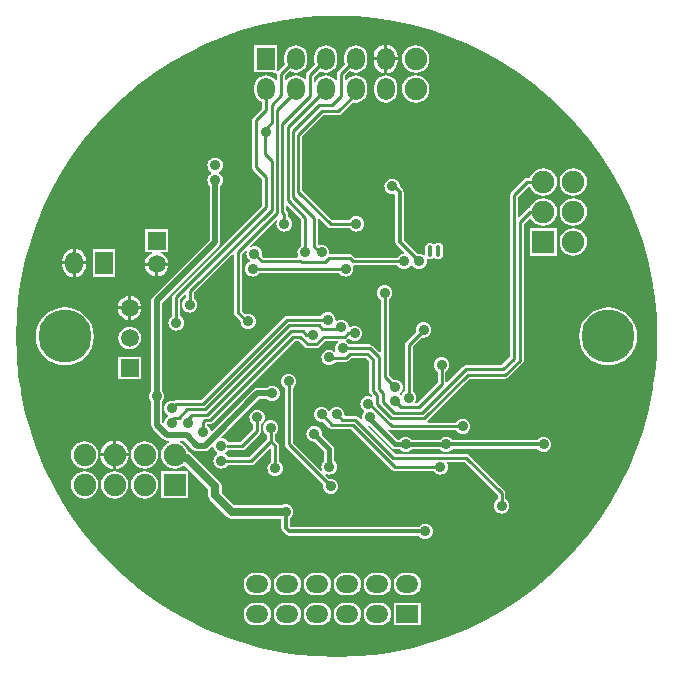
<source format=gtl>
%FSLAX42Y42*%
%MOMM*%
G71*
G01*
G75*
G04 Layer_Physical_Order=1*
G04 Layer_Color=255*
%ADD10C,0.25*%
%ADD11C,0.30*%
%ADD12C,0.40*%
%ADD13C,0.50*%
%ADD14C,0.70*%
%ADD15O,0.40X1.00*%
%ADD16O,1.90X1.50*%
%ADD17R,1.90X1.50*%
%ADD18C,1.90*%
%ADD19O,1.50X1.90*%
%ADD20R,1.50X1.90*%
%ADD21C,1.50*%
%ADD22R,1.50X1.50*%
%ADD23R,1.90X1.90*%
%ADD24R,1.90X1.90*%
%ADD25C,4.50*%
%ADD26C,0.90*%
G36*
X164Y2709D02*
X327Y2694D01*
X489Y2670D01*
X649Y2635D01*
X807Y2591D01*
X962Y2538D01*
X1114Y2475D01*
X1261Y2403D01*
X1404Y2323D01*
X1542Y2234D01*
X1674Y2136D01*
X1800Y2031D01*
X1919Y1919D01*
X2031Y1800D01*
X2136Y1674D01*
X2234Y1542D01*
X2323Y1404D01*
X2403Y1261D01*
X2475Y1114D01*
X2538Y962D01*
X2591Y807D01*
X2635Y649D01*
X2670Y489D01*
X2694Y327D01*
X2709Y164D01*
X2714Y0D01*
X2709Y-164D01*
X2694Y-327D01*
X2682Y-409D01*
X2676Y-448D01*
X2676Y-448D01*
X2676Y-448D01*
X2670Y-489D01*
X2635Y-649D01*
X2591Y-807D01*
X2538Y-962D01*
X2475Y-1114D01*
X2403Y-1261D01*
X2323Y-1404D01*
X2234Y-1542D01*
X2136Y-1674D01*
X2031Y-1800D01*
X1919Y-1919D01*
X1800Y-2031D01*
X1674Y-2136D01*
X1542Y-2234D01*
X1404Y-2323D01*
X1261Y-2403D01*
X1114Y-2475D01*
X962Y-2538D01*
X807Y-2591D01*
X649Y-2635D01*
X489Y-2670D01*
X327Y-2694D01*
X164Y-2709D01*
X0Y-2714D01*
X-164Y-2709D01*
X-327Y-2694D01*
X-489Y-2670D01*
X-649Y-2635D01*
X-807Y-2591D01*
X-962Y-2538D01*
X-1114Y-2475D01*
X-1261Y-2403D01*
X-1404Y-2323D01*
X-1542Y-2234D01*
X-1674Y-2136D01*
X-1800Y-2031D01*
X-1919Y-1919D01*
X-2031Y-1800D01*
X-2136Y-1674D01*
X-2234Y-1542D01*
X-2323Y-1404D01*
X-2403Y-1261D01*
X-2475Y-1114D01*
X-2538Y-962D01*
X-2591Y-807D01*
X-2635Y-649D01*
X-2670Y-489D01*
X-2676Y-444D01*
X-2682Y-409D01*
X-2682Y-409D01*
X-2682Y-409D01*
X-2694Y-327D01*
X-2709Y-164D01*
X-2714Y-0D01*
Y0D01*
X-2709Y164D01*
X-2694Y327D01*
X-2670Y489D01*
X-2635Y649D01*
X-2591Y807D01*
X-2538Y962D01*
X-2475Y1114D01*
X-2403Y1261D01*
X-2323Y1404D01*
X-2234Y1542D01*
X-2136Y1674D01*
X-2031Y1800D01*
X-1919Y1919D01*
X-1800Y2031D01*
X-1674Y2136D01*
X-1542Y2234D01*
X-1404Y2323D01*
X-1261Y2403D01*
X-1114Y2475D01*
X-962Y2538D01*
X-807Y2591D01*
X-649Y2635D01*
X-489Y2670D01*
X-327Y2694D01*
X-164Y2709D01*
X0Y2714D01*
X164Y2709D01*
D02*
G37*
%LPC*%
G36*
X-406Y-315D02*
X-423Y-318D01*
X-439Y-324D01*
X-453Y-335D01*
X-463Y-348D01*
X-470Y-364D01*
X-472Y-381D01*
X-470Y-398D01*
X-463Y-414D01*
X-453Y-427D01*
X-440Y-437D01*
Y-914D01*
X-437Y-927D01*
X-430Y-938D01*
X-430Y-938D01*
X-430Y-938D01*
X-114Y-1254D01*
X-116Y-1270D01*
X-114Y-1287D01*
X-108Y-1303D01*
X-97Y-1316D01*
X-84Y-1327D01*
X-68Y-1333D01*
X-51Y-1336D01*
X-34Y-1333D01*
X-18Y-1327D01*
X-4Y-1316D01*
X6Y-1303D01*
X13Y-1287D01*
X15Y-1270D01*
X13Y-1253D01*
X6Y-1237D01*
X-4Y-1224D01*
X-18Y-1213D01*
X-34Y-1207D01*
X-51Y-1204D01*
X-67Y-1207D01*
X-100Y-1174D01*
X-93Y-1163D01*
X-80Y-1168D01*
X-63Y-1170D01*
X-47Y-1168D01*
X-31Y-1162D01*
X-17Y-1151D01*
X-7Y-1138D01*
X-0Y-1122D01*
X2Y-1105D01*
X-0Y-1088D01*
X-7Y-1072D01*
X-17Y-1059D01*
X-23Y-1054D01*
Y-953D01*
X-23Y-952D01*
X-25Y-939D01*
X-26Y-937D01*
X-35Y-924D01*
X-126Y-832D01*
X-125Y-826D01*
X-127Y-809D01*
X-134Y-793D01*
X-144Y-779D01*
X-158Y-769D01*
X-174Y-762D01*
X-190Y-760D01*
X-207Y-762D01*
X-223Y-769D01*
X-237Y-779D01*
X-247Y-793D01*
X-254Y-809D01*
X-256Y-826D01*
X-254Y-842D01*
X-247Y-858D01*
X-237Y-872D01*
X-223Y-882D01*
X-207Y-889D01*
X-190Y-891D01*
X-184Y-890D01*
X-104Y-969D01*
Y-1054D01*
X-110Y-1059D01*
X-120Y-1072D01*
X-127Y-1088D01*
X-129Y-1105D01*
X-127Y-1122D01*
X-122Y-1134D01*
X-132Y-1141D01*
X-373Y-901D01*
Y-437D01*
X-360Y-427D01*
X-350Y-414D01*
X-343Y-398D01*
X-341Y-381D01*
X-343Y-364D01*
X-350Y-348D01*
X-360Y-335D01*
X-374Y-324D01*
X-389Y-318D01*
X-406Y-315D01*
D02*
G37*
G36*
X-1892Y-1016D02*
X-1999D01*
X-1997Y-1035D01*
X-1985Y-1064D01*
X-1965Y-1089D01*
X-1940Y-1108D01*
X-1911Y-1121D01*
X-1892Y-1123D01*
Y-1016D01*
D02*
G37*
G36*
X-1760D02*
X-1867D01*
Y-1123D01*
X-1848Y-1121D01*
X-1819Y-1108D01*
X-1794Y-1089D01*
X-1774Y-1064D01*
X-1762Y-1035D01*
X-1760Y-1016D01*
D02*
G37*
G36*
X-1880Y-1141D02*
X-1910Y-1145D01*
X-1938Y-1157D01*
X-1962Y-1175D01*
X-1980Y-1199D01*
X-1992Y-1227D01*
X-1996Y-1257D01*
X-1992Y-1287D01*
X-1980Y-1315D01*
X-1962Y-1339D01*
X-1938Y-1358D01*
X-1910Y-1369D01*
X-1880Y-1373D01*
X-1850Y-1369D01*
X-1822Y-1358D01*
X-1798Y-1339D01*
X-1779Y-1315D01*
X-1768Y-1287D01*
X-1764Y-1257D01*
X-1768Y-1227D01*
X-1779Y-1199D01*
X-1798Y-1175D01*
X-1822Y-1157D01*
X-1850Y-1145D01*
X-1880Y-1141D01*
D02*
G37*
G36*
X-1626D02*
X-1656Y-1145D01*
X-1684Y-1157D01*
X-1708Y-1175D01*
X-1726Y-1199D01*
X-1738Y-1227D01*
X-1742Y-1257D01*
X-1738Y-1287D01*
X-1726Y-1315D01*
X-1708Y-1339D01*
X-1684Y-1358D01*
X-1656Y-1369D01*
X-1626Y-1373D01*
X-1596Y-1369D01*
X-1568Y-1358D01*
X-1544Y-1339D01*
X-1525Y-1315D01*
X-1514Y-1287D01*
X-1510Y-1257D01*
X-1514Y-1227D01*
X-1525Y-1199D01*
X-1544Y-1175D01*
X-1568Y-1157D01*
X-1596Y-1145D01*
X-1626Y-1141D01*
D02*
G37*
G36*
X-1257Y-1142D02*
X-1487D01*
Y-1372D01*
X-1257D01*
Y-1142D01*
D02*
G37*
G36*
X-2134Y-887D02*
X-2164Y-891D01*
X-2192Y-903D01*
X-2216Y-921D01*
X-2234Y-945D01*
X-2246Y-973D01*
X-2250Y-1003D01*
X-2246Y-1033D01*
X-2234Y-1061D01*
X-2216Y-1085D01*
X-2192Y-1104D01*
X-2164Y-1115D01*
X-2134Y-1119D01*
X-2104Y-1115D01*
X-2076Y-1104D01*
X-2052Y-1085D01*
X-2033Y-1061D01*
X-2022Y-1033D01*
X-2018Y-1003D01*
X-2022Y-973D01*
X-2033Y-945D01*
X-2052Y-921D01*
X-2076Y-903D01*
X-2104Y-891D01*
X-2134Y-887D01*
D02*
G37*
G36*
X-1658Y-172D02*
X-1848D01*
Y-362D01*
X-1658D01*
Y-172D01*
D02*
G37*
G36*
X-2300Y246D02*
X-2348Y241D01*
X-2394Y227D01*
X-2437Y205D01*
X-2474Y174D01*
X-2505Y137D01*
X-2527Y94D01*
X-2541Y48D01*
X-2546Y0D01*
X-2541Y-48D01*
X-2527Y-94D01*
X-2505Y-137D01*
X-2474Y-174D01*
X-2437Y-205D01*
X-2394Y-227D01*
X-2348Y-241D01*
X-2300Y-246D01*
X-2252Y-241D01*
X-2206Y-227D01*
X-2163Y-205D01*
X-2126Y-174D01*
X-2095Y-137D01*
X-2073Y-94D01*
X-2059Y-48D01*
X-2054Y0D01*
X-2059Y48D01*
X-2073Y94D01*
X-2095Y137D01*
X-2126Y174D01*
X-2163Y205D01*
X-2206Y227D01*
X-2252Y241D01*
X-2300Y246D01*
D02*
G37*
G36*
X2300D02*
X2252Y241D01*
X2206Y227D01*
X2163Y205D01*
X2126Y174D01*
X2095Y137D01*
X2073Y94D01*
X2059Y48D01*
X2054Y0D01*
X2059Y-48D01*
X2073Y-94D01*
X2095Y-137D01*
X2126Y-174D01*
X2163Y-205D01*
X2206Y-227D01*
X2252Y-241D01*
X2300Y-246D01*
X2348Y-241D01*
X2394Y-227D01*
X2437Y-205D01*
X2474Y-174D01*
X2505Y-137D01*
X2527Y-94D01*
X2541Y-48D01*
X2546Y0D01*
X2541Y48D01*
X2527Y94D01*
X2505Y137D01*
X2474Y174D01*
X2437Y205D01*
X2394Y227D01*
X2348Y241D01*
X2300Y246D01*
D02*
G37*
G36*
X-1626Y-887D02*
X-1656Y-891D01*
X-1684Y-903D01*
X-1708Y-921D01*
X-1726Y-945D01*
X-1738Y-973D01*
X-1742Y-1003D01*
X-1738Y-1033D01*
X-1726Y-1061D01*
X-1708Y-1085D01*
X-1684Y-1104D01*
X-1656Y-1115D01*
X-1626Y-1119D01*
X-1596Y-1115D01*
X-1568Y-1104D01*
X-1544Y-1085D01*
X-1525Y-1061D01*
X-1514Y-1033D01*
X-1510Y-1003D01*
X-1514Y-973D01*
X-1525Y-945D01*
X-1544Y-921D01*
X-1568Y-903D01*
X-1596Y-891D01*
X-1626Y-887D01*
D02*
G37*
G36*
X-1892Y-884D02*
X-1911Y-886D01*
X-1940Y-898D01*
X-1965Y-917D01*
X-1985Y-943D01*
X-1997Y-972D01*
X-1999Y-991D01*
X-1892D01*
Y-884D01*
D02*
G37*
G36*
X-1867D02*
Y-991D01*
X-1760D01*
X-1762Y-972D01*
X-1774Y-943D01*
X-1794Y-917D01*
X-1819Y-898D01*
X-1848Y-886D01*
X-1867Y-884D01*
D02*
G37*
G36*
X112Y-2254D02*
X72D01*
X47Y-2257D01*
X24Y-2267D01*
X4Y-2282D01*
X-11Y-2302D01*
X-21Y-2325D01*
X-24Y-2350D01*
X-21Y-2375D01*
X-11Y-2398D01*
X4Y-2418D01*
X24Y-2433D01*
X47Y-2443D01*
X72Y-2446D01*
X112D01*
X137Y-2443D01*
X160Y-2433D01*
X180Y-2418D01*
X195Y-2398D01*
X205Y-2375D01*
X208Y-2350D01*
X205Y-2325D01*
X195Y-2302D01*
X180Y-2282D01*
X160Y-2267D01*
X137Y-2257D01*
X112Y-2254D01*
D02*
G37*
G36*
X366D02*
X326D01*
X301Y-2257D01*
X278Y-2267D01*
X258Y-2282D01*
X243Y-2302D01*
X233Y-2325D01*
X230Y-2350D01*
X233Y-2375D01*
X243Y-2398D01*
X258Y-2418D01*
X278Y-2433D01*
X301Y-2443D01*
X326Y-2446D01*
X366D01*
X391Y-2443D01*
X414Y-2433D01*
X434Y-2418D01*
X449Y-2398D01*
X459Y-2375D01*
X462Y-2350D01*
X459Y-2325D01*
X449Y-2302D01*
X434Y-2282D01*
X414Y-2267D01*
X391Y-2257D01*
X366Y-2254D01*
D02*
G37*
G36*
X715Y-2255D02*
X485D01*
Y-2445D01*
X715D01*
Y-2255D01*
D02*
G37*
G36*
X-650Y-2254D02*
X-690D01*
X-715Y-2257D01*
X-738Y-2267D01*
X-758Y-2282D01*
X-773Y-2302D01*
X-783Y-2325D01*
X-786Y-2350D01*
X-783Y-2375D01*
X-773Y-2398D01*
X-758Y-2418D01*
X-738Y-2433D01*
X-715Y-2443D01*
X-690Y-2446D01*
X-650D01*
X-625Y-2443D01*
X-602Y-2433D01*
X-582Y-2418D01*
X-567Y-2398D01*
X-557Y-2375D01*
X-554Y-2350D01*
X-557Y-2325D01*
X-567Y-2302D01*
X-582Y-2282D01*
X-602Y-2267D01*
X-625Y-2257D01*
X-650Y-2254D01*
D02*
G37*
G36*
X-396D02*
X-436D01*
X-461Y-2257D01*
X-484Y-2267D01*
X-504Y-2282D01*
X-519Y-2302D01*
X-529Y-2325D01*
X-532Y-2350D01*
X-529Y-2375D01*
X-519Y-2398D01*
X-504Y-2418D01*
X-484Y-2433D01*
X-461Y-2443D01*
X-436Y-2446D01*
X-396D01*
X-371Y-2443D01*
X-348Y-2433D01*
X-328Y-2418D01*
X-313Y-2398D01*
X-303Y-2375D01*
X-300Y-2350D01*
X-303Y-2325D01*
X-313Y-2302D01*
X-328Y-2282D01*
X-348Y-2267D01*
X-371Y-2257D01*
X-396Y-2254D01*
D02*
G37*
G36*
X-142D02*
X-182D01*
X-207Y-2257D01*
X-230Y-2267D01*
X-250Y-2282D01*
X-265Y-2302D01*
X-275Y-2325D01*
X-278Y-2350D01*
X-275Y-2375D01*
X-265Y-2398D01*
X-250Y-2418D01*
X-230Y-2433D01*
X-207Y-2443D01*
X-182Y-2446D01*
X-142D01*
X-117Y-2443D01*
X-94Y-2433D01*
X-74Y-2418D01*
X-59Y-2398D01*
X-49Y-2375D01*
X-46Y-2350D01*
X-49Y-2325D01*
X-59Y-2302D01*
X-74Y-2282D01*
X-94Y-2267D01*
X-117Y-2257D01*
X-142Y-2254D01*
D02*
G37*
G36*
X-650Y-2000D02*
X-690D01*
X-715Y-2003D01*
X-738Y-2013D01*
X-758Y-2028D01*
X-773Y-2048D01*
X-783Y-2071D01*
X-786Y-2096D01*
X-783Y-2121D01*
X-773Y-2144D01*
X-758Y-2164D01*
X-738Y-2179D01*
X-715Y-2189D01*
X-690Y-2192D01*
X-650D01*
X-625Y-2189D01*
X-602Y-2179D01*
X-582Y-2164D01*
X-567Y-2144D01*
X-557Y-2121D01*
X-554Y-2096D01*
X-557Y-2071D01*
X-567Y-2048D01*
X-582Y-2028D01*
X-602Y-2013D01*
X-625Y-2003D01*
X-650Y-2000D01*
D02*
G37*
G36*
X366D02*
X326D01*
X301Y-2003D01*
X278Y-2013D01*
X258Y-2028D01*
X243Y-2048D01*
X233Y-2071D01*
X230Y-2096D01*
X233Y-2121D01*
X243Y-2144D01*
X258Y-2164D01*
X278Y-2179D01*
X301Y-2189D01*
X326Y-2192D01*
X366D01*
X391Y-2189D01*
X414Y-2179D01*
X434Y-2164D01*
X449Y-2144D01*
X459Y-2121D01*
X462Y-2096D01*
X459Y-2071D01*
X449Y-2048D01*
X434Y-2028D01*
X414Y-2013D01*
X391Y-2003D01*
X366Y-2000D01*
D02*
G37*
G36*
X620D02*
X580D01*
X555Y-2003D01*
X532Y-2013D01*
X512Y-2028D01*
X497Y-2048D01*
X487Y-2071D01*
X484Y-2096D01*
X487Y-2121D01*
X497Y-2144D01*
X512Y-2164D01*
X532Y-2179D01*
X555Y-2189D01*
X580Y-2192D01*
X620D01*
X645Y-2189D01*
X668Y-2179D01*
X688Y-2164D01*
X703Y-2144D01*
X713Y-2121D01*
X716Y-2096D01*
X713Y-2071D01*
X703Y-2048D01*
X688Y-2028D01*
X668Y-2013D01*
X645Y-2003D01*
X620Y-2000D01*
D02*
G37*
G36*
X-2134Y-1141D02*
X-2164Y-1145D01*
X-2192Y-1157D01*
X-2216Y-1175D01*
X-2234Y-1199D01*
X-2246Y-1227D01*
X-2250Y-1257D01*
X-2246Y-1287D01*
X-2234Y-1315D01*
X-2216Y-1339D01*
X-2192Y-1358D01*
X-2164Y-1369D01*
X-2134Y-1373D01*
X-2104Y-1369D01*
X-2076Y-1358D01*
X-2052Y-1339D01*
X-2033Y-1315D01*
X-2022Y-1287D01*
X-2018Y-1257D01*
X-2022Y-1227D01*
X-2033Y-1199D01*
X-2052Y-1175D01*
X-2076Y-1157D01*
X-2104Y-1145D01*
X-2134Y-1141D01*
D02*
G37*
G36*
X-396Y-2000D02*
X-436D01*
X-461Y-2003D01*
X-484Y-2013D01*
X-504Y-2028D01*
X-519Y-2048D01*
X-529Y-2071D01*
X-532Y-2096D01*
X-529Y-2121D01*
X-519Y-2144D01*
X-504Y-2164D01*
X-484Y-2179D01*
X-461Y-2189D01*
X-436Y-2192D01*
X-396D01*
X-371Y-2189D01*
X-348Y-2179D01*
X-328Y-2164D01*
X-313Y-2144D01*
X-303Y-2121D01*
X-300Y-2096D01*
X-303Y-2071D01*
X-313Y-2048D01*
X-328Y-2028D01*
X-348Y-2013D01*
X-371Y-2003D01*
X-396Y-2000D01*
D02*
G37*
G36*
X-142D02*
X-182D01*
X-207Y-2003D01*
X-230Y-2013D01*
X-250Y-2028D01*
X-265Y-2048D01*
X-275Y-2071D01*
X-278Y-2096D01*
X-275Y-2121D01*
X-265Y-2144D01*
X-250Y-2164D01*
X-230Y-2179D01*
X-207Y-2189D01*
X-182Y-2192D01*
X-142D01*
X-117Y-2189D01*
X-94Y-2179D01*
X-74Y-2164D01*
X-59Y-2144D01*
X-49Y-2121D01*
X-46Y-2096D01*
X-49Y-2071D01*
X-59Y-2048D01*
X-74Y-2028D01*
X-94Y-2013D01*
X-117Y-2003D01*
X-142Y-2000D01*
D02*
G37*
G36*
X112D02*
X72D01*
X47Y-2003D01*
X24Y-2013D01*
X4Y-2028D01*
X-11Y-2048D01*
X-21Y-2071D01*
X-24Y-2096D01*
X-21Y-2121D01*
X-11Y-2144D01*
X4Y-2164D01*
X24Y-2179D01*
X47Y-2189D01*
X72Y-2192D01*
X112D01*
X137Y-2189D01*
X160Y-2179D01*
X180Y-2164D01*
X195Y-2144D01*
X205Y-2121D01*
X208Y-2096D01*
X205Y-2071D01*
X195Y-2048D01*
X180Y-2028D01*
X160Y-2013D01*
X137Y-2003D01*
X112Y-2000D01*
D02*
G37*
G36*
X-1029Y1513D02*
X-1046Y1511D01*
X-1061Y1505D01*
X-1075Y1494D01*
X-1085Y1481D01*
X-1092Y1465D01*
X-1094Y1448D01*
X-1092Y1431D01*
X-1085Y1415D01*
X-1075Y1401D01*
X-1061Y1391D01*
X-1061Y1391D01*
Y1378D01*
X-1061Y1378D01*
X-1075Y1367D01*
X-1085Y1354D01*
X-1092Y1338D01*
X-1094Y1321D01*
X-1092Y1304D01*
X-1085Y1288D01*
X-1075Y1274D01*
X-1075Y1274D01*
Y819D01*
X-1556Y337D01*
X-1566Y322D01*
X-1570Y305D01*
Y-461D01*
X-1570Y-462D01*
X-1581Y-475D01*
X-1587Y-491D01*
X-1590Y-508D01*
X-1587Y-525D01*
X-1581Y-541D01*
X-1570Y-554D01*
X-1570Y-555D01*
Y-749D01*
X-1566Y-767D01*
X-1556Y-782D01*
X-1468Y-871D01*
X-1453Y-881D01*
X-1435Y-884D01*
X-1417D01*
X-1414Y-897D01*
X-1430Y-903D01*
X-1454Y-921D01*
X-1472Y-945D01*
X-1484Y-973D01*
X-1488Y-1003D01*
X-1484Y-1033D01*
X-1472Y-1061D01*
X-1454Y-1085D01*
X-1430Y-1104D01*
X-1402Y-1115D01*
X-1372Y-1119D01*
X-1342Y-1115D01*
X-1314Y-1104D01*
X-1291Y-1087D01*
X-1085Y-1293D01*
Y-1346D01*
Y-1346D01*
X-1085Y-1346D01*
X-1085Y-1346D01*
X-1081Y-1368D01*
X-1068Y-1386D01*
X-929Y-1526D01*
X-929Y-1526D01*
X-929Y-1526D01*
X-910Y-1538D01*
X-889Y-1542D01*
X-467D01*
Y-1626D01*
Y-1626D01*
X-467Y-1626D01*
X-467Y-1626D01*
X-465Y-1639D01*
X-457Y-1651D01*
X-432Y-1676D01*
X-432Y-1676D01*
X-432Y-1676D01*
X-420Y-1684D01*
X-406Y-1687D01*
X695D01*
X703Y-1697D01*
X717Y-1708D01*
X732Y-1714D01*
X749Y-1717D01*
X766Y-1714D01*
X782Y-1708D01*
X796Y-1697D01*
X806Y-1684D01*
X813Y-1668D01*
X815Y-1651D01*
X813Y-1634D01*
X806Y-1618D01*
X796Y-1605D01*
X782Y-1594D01*
X766Y-1588D01*
X749Y-1585D01*
X732Y-1588D01*
X717Y-1594D01*
X703Y-1605D01*
X695Y-1615D01*
X-392D01*
X-396Y-1611D01*
Y-1540D01*
X-385Y-1532D01*
X-375Y-1519D01*
X-368Y-1503D01*
X-366Y-1486D01*
X-368Y-1469D01*
X-375Y-1453D01*
X-385Y-1440D01*
X-399Y-1429D01*
X-415Y-1423D01*
X-432Y-1420D01*
X-449Y-1423D01*
X-465Y-1429D01*
X-465Y-1430D01*
X-866D01*
X-973Y-1323D01*
Y-1270D01*
X-977Y-1249D01*
X-989Y-1230D01*
X-1230Y-989D01*
X-1249Y-977D01*
X-1259Y-975D01*
X-1260Y-973D01*
X-1271Y-945D01*
X-1290Y-921D01*
X-1314Y-903D01*
X-1329Y-897D01*
X-1326Y-884D01*
X-1289D01*
X-1214Y-960D01*
X-1199Y-969D01*
X-1181Y-973D01*
X-1117D01*
X-1100Y-969D01*
X-1085Y-960D01*
X-1055Y-929D01*
X-1043Y-933D01*
X-1041Y-944D01*
X-1035Y-960D01*
X-1024Y-973D01*
X-1011Y-984D01*
X-1010Y-984D01*
Y-997D01*
X-1011Y-997D01*
X-1024Y-1008D01*
X-1035Y-1021D01*
X-1041Y-1037D01*
X-1043Y-1054D01*
X-1041Y-1071D01*
X-1035Y-1087D01*
X-1024Y-1100D01*
X-1011Y-1111D01*
X-995Y-1117D01*
X-978Y-1120D01*
X-961Y-1117D01*
X-945Y-1111D01*
X-932Y-1100D01*
X-922Y-1087D01*
X-724D01*
X-711Y-1085D01*
X-700Y-1078D01*
Y-1078D01*
X-700Y-1078D01*
X-700Y-1078D01*
X-700D01*
X-566Y-943D01*
X-554Y-948D01*
Y-1061D01*
X-567Y-1071D01*
X-577Y-1085D01*
X-584Y-1101D01*
X-586Y-1118D01*
X-584Y-1135D01*
X-577Y-1150D01*
X-567Y-1164D01*
X-553Y-1174D01*
X-538Y-1181D01*
X-521Y-1183D01*
X-504Y-1181D01*
X-488Y-1174D01*
X-474Y-1164D01*
X-464Y-1150D01*
X-457Y-1135D01*
X-455Y-1118D01*
X-457Y-1101D01*
X-464Y-1085D01*
X-474Y-1071D01*
X-487Y-1061D01*
Y-927D01*
X-490Y-914D01*
X-497Y-904D01*
X-525Y-875D01*
Y-831D01*
X-512Y-821D01*
X-502Y-807D01*
X-495Y-792D01*
X-493Y-775D01*
X-495Y-758D01*
X-502Y-742D01*
X-512Y-728D01*
X-526Y-718D01*
X-542Y-711D01*
X-559Y-709D01*
X-576Y-711D01*
X-592Y-718D01*
X-605Y-728D01*
X-616Y-742D01*
X-622Y-758D01*
X-624Y-775D01*
X-622Y-792D01*
X-616Y-807D01*
X-605Y-821D01*
X-592Y-831D01*
Y-875D01*
X-738Y-1021D01*
X-922D01*
X-932Y-1008D01*
X-945Y-997D01*
X-946Y-997D01*
Y-984D01*
X-945Y-984D01*
X-932Y-973D01*
X-922Y-960D01*
X-800D01*
X-787Y-958D01*
X-777Y-951D01*
Y-951D01*
X-777Y-951D01*
X-777Y-951D01*
X-777D01*
X-650Y-824D01*
X-642Y-813D01*
X-640Y-800D01*
Y-742D01*
X-627Y-732D01*
X-616Y-719D01*
X-610Y-703D01*
X-608Y-686D01*
X-610Y-669D01*
X-616Y-653D01*
X-627Y-639D01*
X-640Y-629D01*
X-656Y-622D01*
X-673Y-620D01*
X-690Y-622D01*
X-706Y-629D01*
X-719Y-639D01*
X-730Y-653D01*
X-736Y-669D01*
X-739Y-686D01*
X-736Y-703D01*
X-730Y-719D01*
X-719Y-732D01*
X-706Y-742D01*
Y-786D01*
X-814Y-894D01*
X-922D01*
X-932Y-881D01*
X-945Y-870D01*
X-961Y-864D01*
X-972Y-862D01*
X-976Y-850D01*
X-654Y-528D01*
X-593D01*
X-592Y-529D01*
X-579Y-539D01*
X-563Y-546D01*
X-546Y-548D01*
X-529Y-546D01*
X-513Y-539D01*
X-500Y-529D01*
X-489Y-515D01*
X-483Y-500D01*
X-481Y-483D01*
X-483Y-466D01*
X-489Y-450D01*
X-500Y-436D01*
X-513Y-426D01*
X-529Y-419D01*
X-546Y-417D01*
X-563Y-419D01*
X-579Y-426D01*
X-592Y-436D01*
X-593Y-437D01*
X-673D01*
X-691Y-440D01*
X-706Y-450D01*
X-1055Y-800D01*
X-1067Y-796D01*
X-1074Y-780D01*
X-1084Y-766D01*
X-1097Y-756D01*
Y-741D01*
X-1074D01*
X-1061Y-739D01*
X-1050Y-731D01*
X-354Y-35D01*
X-320D01*
X-266Y-89D01*
X-255Y-96D01*
X-242Y-98D01*
X-171D01*
X-158Y-96D01*
X-158Y-96D01*
X-158Y-96D01*
D01*
X-158Y-96D01*
X-158Y-96D01*
X-147Y-89D01*
X-94Y-35D01*
X11D01*
X15Y-47D01*
X4Y-55D01*
X-6Y-69D01*
X-13Y-85D01*
X-15Y-102D01*
X-13Y-119D01*
X-12Y-120D01*
X-22Y-128D01*
X-31Y-121D01*
X-47Y-114D01*
X-63Y-112D01*
X-80Y-114D01*
X-96Y-121D01*
X-110Y-131D01*
X-120Y-145D01*
X-127Y-161D01*
X-129Y-178D01*
X-127Y-195D01*
X-120Y-211D01*
X-110Y-224D01*
X-96Y-235D01*
X-80Y-241D01*
X-63Y-243D01*
X-47Y-241D01*
X-31Y-235D01*
X-17Y-224D01*
X-8Y-213D01*
X83D01*
X96Y-210D01*
X107Y-203D01*
Y-203D01*
X107Y-203D01*
X107Y-203D01*
X107D01*
X129Y-180D01*
X247D01*
X271Y-204D01*
Y-458D01*
X274Y-471D01*
X281Y-481D01*
X302Y-502D01*
X295Y-513D01*
X284Y-508D01*
X267Y-506D01*
X250Y-508D01*
X234Y-515D01*
X220Y-525D01*
X210Y-539D01*
X203Y-555D01*
X201Y-572D01*
X203Y-588D01*
X210Y-604D01*
X220Y-618D01*
X234Y-628D01*
D01*
X233Y-639D01*
X223Y-653D01*
X216Y-669D01*
X214Y-686D01*
X215Y-697D01*
X204Y-703D01*
X181Y-680D01*
X171Y-673D01*
X158Y-671D01*
X74D01*
X65Y-661D01*
X66Y-660D01*
X63Y-643D01*
X57Y-628D01*
X46Y-614D01*
X33Y-604D01*
X17Y-597D01*
X0Y-595D01*
X-17Y-597D01*
X-33Y-604D01*
X-46Y-614D01*
X-57Y-628D01*
X-57Y-629D01*
X-70D01*
X-70Y-628D01*
X-81Y-614D01*
X-94Y-604D01*
X-110Y-597D01*
X-127Y-595D01*
X-144Y-597D01*
X-160Y-604D01*
X-173Y-614D01*
X-184Y-628D01*
X-190Y-643D01*
X-193Y-660D01*
X-190Y-677D01*
X-184Y-693D01*
X-173Y-707D01*
X-160Y-717D01*
X-144Y-724D01*
X-127Y-726D01*
X-111Y-724D01*
X-62Y-773D01*
X-62Y-773D01*
X-62Y-773D01*
X-51Y-780D01*
X-38Y-783D01*
X125D01*
X471Y-1128D01*
X482Y-1136D01*
X495Y-1138D01*
X820D01*
X830Y-1151D01*
X844Y-1162D01*
X859Y-1168D01*
X876Y-1170D01*
X893Y-1168D01*
X909Y-1162D01*
X923Y-1151D01*
X933Y-1138D01*
X940Y-1122D01*
X942Y-1105D01*
X940Y-1088D01*
X933Y-1072D01*
X933Y-1072D01*
X939Y-1061D01*
X1085D01*
X1364Y-1339D01*
Y-1379D01*
X1351Y-1389D01*
X1340Y-1402D01*
X1334Y-1418D01*
X1331Y-1435D01*
X1334Y-1452D01*
X1340Y-1468D01*
X1351Y-1481D01*
X1364Y-1492D01*
X1380Y-1498D01*
X1397Y-1501D01*
X1414Y-1498D01*
X1430Y-1492D01*
X1443Y-1481D01*
X1454Y-1468D01*
X1460Y-1452D01*
X1463Y-1435D01*
X1460Y-1418D01*
X1454Y-1402D01*
X1443Y-1389D01*
X1430Y-1379D01*
Y-1325D01*
X1428Y-1312D01*
X1421Y-1302D01*
X1123Y-1004D01*
X1116Y-999D01*
X1112Y-996D01*
X1099Y-994D01*
X495D01*
X262Y-761D01*
X265Y-756D01*
X277Y-754D01*
X466Y-943D01*
X480Y-952D01*
X482Y-953D01*
X495Y-955D01*
X495Y-955D01*
X534D01*
X538Y-961D01*
X551Y-971D01*
X567Y-978D01*
X584Y-980D01*
X601Y-978D01*
X617Y-971D01*
X631Y-961D01*
X635Y-955D01*
X876D01*
X881Y-961D01*
X894Y-971D01*
X910Y-978D01*
X927Y-980D01*
X944Y-978D01*
X960Y-971D01*
X973Y-961D01*
X982Y-950D01*
X1698D01*
X1706Y-961D01*
X1720Y-971D01*
X1736Y-978D01*
X1753Y-980D01*
X1770Y-978D01*
X1785Y-971D01*
X1799Y-961D01*
X1809Y-947D01*
X1816Y-931D01*
X1818Y-914D01*
X1816Y-897D01*
X1809Y-882D01*
X1799Y-868D01*
X1785Y-858D01*
X1770Y-851D01*
X1753Y-849D01*
X1736Y-851D01*
X1720Y-858D01*
X1706Y-868D01*
X1698Y-879D01*
X982D01*
X973Y-868D01*
X960Y-858D01*
X944Y-851D01*
X927Y-849D01*
X910Y-851D01*
X894Y-858D01*
X881Y-868D01*
X876Y-874D01*
X635D01*
X631Y-868D01*
X617Y-858D01*
X601Y-851D01*
X584Y-849D01*
X567Y-851D01*
X551Y-858D01*
X538Y-868D01*
X534Y-874D01*
X512D01*
X434Y-796D01*
X442Y-786D01*
X453Y-793D01*
X465Y-795D01*
X1010D01*
X1020Y-808D01*
X1034Y-819D01*
X1050Y-825D01*
X1067Y-828D01*
X1084Y-825D01*
X1100Y-819D01*
X1113Y-808D01*
X1124Y-795D01*
X1130Y-779D01*
X1132Y-762D01*
X1130Y-745D01*
X1124Y-729D01*
X1113Y-716D01*
X1100Y-705D01*
X1084Y-699D01*
X1067Y-696D01*
X1050Y-699D01*
X1034Y-705D01*
X1020Y-716D01*
X1010Y-729D01*
X774D01*
X766Y-717D01*
X766Y-717D01*
X766Y-717D01*
D01*
Y-717D01*
X1125Y-358D01*
X1429D01*
X1441Y-356D01*
X1452Y-348D01*
Y-348D01*
X1452Y-348D01*
X1452Y-348D01*
X1452D01*
X1573Y-227D01*
X1573Y-227D01*
X1573Y-227D01*
X1580Y-217D01*
X1583Y-204D01*
Y951D01*
X1635Y1004D01*
X1647Y1001D01*
X1650Y996D01*
X1668Y972D01*
X1692Y954D01*
X1720Y942D01*
X1750Y938D01*
X1780Y942D01*
X1808Y954D01*
X1832Y972D01*
X1850Y996D01*
X1862Y1024D01*
X1866Y1054D01*
X1862Y1084D01*
X1850Y1112D01*
X1832Y1136D01*
X1808Y1154D01*
X1780Y1166D01*
X1750Y1170D01*
X1720Y1166D01*
X1692Y1154D01*
X1668Y1136D01*
X1650Y1112D01*
X1639Y1087D01*
X1638D01*
X1625Y1085D01*
X1615Y1078D01*
X1544Y1007D01*
X1532Y1011D01*
Y1180D01*
X1627Y1275D01*
X1639D01*
X1650Y1250D01*
X1668Y1226D01*
X1692Y1208D01*
X1720Y1196D01*
X1750Y1192D01*
X1780Y1196D01*
X1808Y1208D01*
X1832Y1226D01*
X1850Y1250D01*
X1862Y1278D01*
X1866Y1308D01*
X1862Y1338D01*
X1850Y1366D01*
X1832Y1390D01*
X1808Y1408D01*
X1780Y1420D01*
X1750Y1424D01*
X1720Y1420D01*
X1692Y1408D01*
X1668Y1390D01*
X1650Y1366D01*
X1639Y1341D01*
X1613D01*
X1600Y1339D01*
X1589Y1332D01*
X1475Y1217D01*
X1468Y1207D01*
X1465Y1194D01*
Y-177D01*
X1396Y-246D01*
X1092D01*
X1079Y-249D01*
X1069Y-256D01*
X934Y-390D01*
X922Y-386D01*
Y-298D01*
X935Y-288D01*
X946Y-274D01*
X952Y-258D01*
X955Y-241D01*
X952Y-224D01*
X946Y-209D01*
X935Y-195D01*
X922Y-185D01*
X906Y-178D01*
X889Y-176D01*
X872Y-178D01*
X856Y-185D01*
X843Y-195D01*
X832Y-209D01*
X826Y-224D01*
X823Y-241D01*
X826Y-258D01*
X832Y-274D01*
X843Y-288D01*
X856Y-298D01*
Y-393D01*
X683Y-565D01*
X671Y-563D01*
X666Y-554D01*
X666Y-553D01*
X673Y-538D01*
X675Y-521D01*
X673Y-504D01*
X666Y-488D01*
X656Y-474D01*
X643Y-464D01*
Y-86D01*
X720Y-9D01*
X737Y-11D01*
X754Y-9D01*
X769Y-2D01*
X783Y8D01*
X793Y22D01*
X800Y37D01*
X802Y54D01*
X800Y71D01*
X793Y87D01*
X783Y101D01*
X769Y111D01*
X754Y118D01*
X737Y120D01*
X720Y118D01*
X704Y111D01*
X690Y101D01*
X680Y87D01*
X673Y71D01*
X671Y54D01*
X673Y38D01*
X586Y-49D01*
X579Y-60D01*
X576Y-73D01*
Y-464D01*
X563Y-474D01*
X553Y-488D01*
X551Y-493D01*
X549Y-494D01*
X546Y-495D01*
X536Y-487D01*
Y-483D01*
X542Y-478D01*
X552Y-465D01*
X559Y-449D01*
X561Y-432D01*
X559Y-415D01*
X552Y-399D01*
X542Y-385D01*
X528Y-375D01*
X512Y-368D01*
X495Y-366D01*
X479Y-368D01*
X440Y-329D01*
Y312D01*
X453Y322D01*
X463Y336D01*
X470Y351D01*
X472Y368D01*
X470Y385D01*
X463Y401D01*
X453Y415D01*
X439Y425D01*
X423Y432D01*
X406Y434D01*
X389Y432D01*
X374Y425D01*
X360Y415D01*
X350Y401D01*
X343Y385D01*
X341Y368D01*
X343Y351D01*
X350Y336D01*
X360Y322D01*
X373Y312D01*
Y-131D01*
X361Y-136D01*
X304Y-78D01*
X293Y-71D01*
X280Y-68D01*
X107D01*
X97Y-55D01*
X84Y-45D01*
X70Y-39D01*
X83Y-32D01*
X83D01*
D01*
D01*
D01*
X83Y-32D01*
X94Y-25D01*
X98Y-20D01*
X106Y-21D01*
X120Y-31D01*
X135Y-38D01*
X152Y-40D01*
X169Y-38D01*
X185Y-31D01*
X199Y-21D01*
X209Y-7D01*
X216Y8D01*
X218Y25D01*
X216Y42D01*
X209Y58D01*
X199Y72D01*
X185Y82D01*
X169Y89D01*
X152Y91D01*
X135Y89D01*
X120Y82D01*
X114Y78D01*
X103Y83D01*
X101Y93D01*
X95Y109D01*
X84Y123D01*
X71Y133D01*
X55Y140D01*
X38Y142D01*
X21Y140D01*
X5Y133D01*
X-0Y129D01*
X-11Y135D01*
X-11Y140D01*
X-13Y157D01*
X-19Y172D01*
X-30Y186D01*
X-43Y196D01*
X-59Y203D01*
X-76Y205D01*
X-93Y203D01*
X-109Y196D01*
X-123Y186D01*
X-133Y173D01*
X-419D01*
X-432Y171D01*
X-443Y163D01*
X-1144Y-538D01*
X-1359D01*
X-1372Y-541D01*
X-1380Y-546D01*
X-1380Y-546D01*
X-1397Y-544D01*
X-1414Y-546D01*
X-1430Y-553D01*
X-1443Y-563D01*
X-1454Y-577D01*
X-1460Y-593D01*
X-1463Y-610D01*
X-1460Y-627D01*
X-1454Y-642D01*
X-1443Y-656D01*
X-1430Y-666D01*
X-1429Y-667D01*
Y-679D01*
X-1430Y-680D01*
X-1443Y-690D01*
X-1454Y-704D01*
X-1460Y-720D01*
X-1462Y-731D01*
X-1468Y-733D01*
X-1478Y-725D01*
Y-555D01*
X-1478Y-554D01*
X-1467Y-541D01*
X-1461Y-525D01*
X-1458Y-508D01*
X-1461Y-491D01*
X-1467Y-475D01*
X-1478Y-462D01*
X-1478Y-461D01*
Y286D01*
X-996Y768D01*
X-986Y783D01*
X-983Y800D01*
X-983D01*
X-983Y800D01*
Y1274D01*
X-982Y1274D01*
X-972Y1288D01*
X-965Y1304D01*
X-963Y1321D01*
X-965Y1338D01*
X-972Y1354D01*
X-982Y1367D01*
X-996Y1378D01*
X-997Y1378D01*
Y1391D01*
X-996Y1391D01*
X-982Y1401D01*
X-972Y1415D01*
X-965Y1431D01*
X-963Y1448D01*
X-965Y1465D01*
X-972Y1481D01*
X-982Y1494D01*
X-996Y1505D01*
X-1012Y1511D01*
X-1029Y1513D01*
D02*
G37*
G36*
X2004Y1424D02*
X1974Y1420D01*
X1946Y1408D01*
X1922Y1390D01*
X1904Y1366D01*
X1892Y1338D01*
X1888Y1308D01*
X1892Y1278D01*
X1904Y1250D01*
X1922Y1226D01*
X1946Y1208D01*
X1974Y1196D01*
X2004Y1192D01*
X2034Y1196D01*
X2062Y1208D01*
X2086Y1226D01*
X2104Y1250D01*
X2116Y1278D01*
X2120Y1308D01*
X2116Y1338D01*
X2104Y1366D01*
X2086Y1390D01*
X2062Y1408D01*
X2034Y1420D01*
X2004Y1424D01*
D02*
G37*
G36*
X670Y2212D02*
X640Y2208D01*
X612Y2196D01*
X588Y2178D01*
X570Y2154D01*
X558Y2126D01*
X554Y2096D01*
X558Y2066D01*
X570Y2038D01*
X588Y2014D01*
X612Y1996D01*
X640Y1984D01*
X670Y1980D01*
X700Y1984D01*
X728Y1996D01*
X752Y2014D01*
X770Y2038D01*
X782Y2066D01*
X786Y2096D01*
X782Y2126D01*
X770Y2154D01*
X752Y2178D01*
X728Y2196D01*
X700Y2208D01*
X670Y2212D01*
D02*
G37*
G36*
X2004Y916D02*
X1974Y912D01*
X1946Y900D01*
X1922Y882D01*
X1904Y858D01*
X1892Y830D01*
X1888Y800D01*
X1892Y770D01*
X1904Y742D01*
X1922Y718D01*
X1946Y700D01*
X1974Y688D01*
X2004Y684D01*
X2034Y688D01*
X2062Y700D01*
X2086Y718D01*
X2104Y742D01*
X2116Y770D01*
X2120Y800D01*
X2116Y830D01*
X2104Y858D01*
X2086Y882D01*
X2062Y900D01*
X2034Y912D01*
X2004Y916D01*
D02*
G37*
G36*
X1865Y915D02*
X1635D01*
Y685D01*
X1865D01*
Y915D01*
D02*
G37*
G36*
X2004Y1170D02*
X1974Y1166D01*
X1946Y1154D01*
X1922Y1136D01*
X1904Y1112D01*
X1892Y1084D01*
X1888Y1054D01*
X1892Y1024D01*
X1904Y996D01*
X1922Y972D01*
X1946Y954D01*
X1974Y942D01*
X2004Y938D01*
X2034Y942D01*
X2062Y954D01*
X2086Y972D01*
X2104Y996D01*
X2116Y1024D01*
X2120Y1054D01*
X2116Y1084D01*
X2104Y1112D01*
X2086Y1136D01*
X2062Y1154D01*
X2034Y1166D01*
X2004Y1170D01*
D02*
G37*
G36*
X416Y2212D02*
X391Y2209D01*
X368Y2199D01*
X348Y2184D01*
X333Y2164D01*
X323Y2141D01*
X320Y2116D01*
Y2076D01*
X323Y2051D01*
X333Y2028D01*
X348Y2008D01*
X368Y1993D01*
X391Y1983D01*
X416Y1980D01*
X441Y1983D01*
X464Y1993D01*
X484Y2008D01*
X499Y2028D01*
X509Y2051D01*
X512Y2076D01*
Y2116D01*
X509Y2141D01*
X499Y2164D01*
X484Y2184D01*
X464Y2199D01*
X441Y2209D01*
X416Y2212D01*
D02*
G37*
G36*
X162Y2466D02*
X137Y2463D01*
X114Y2453D01*
X94Y2438D01*
X79Y2418D01*
X69Y2395D01*
X66Y2370D01*
Y2330D01*
X69Y2305D01*
X70Y2305D01*
X15Y2250D01*
X7Y2239D01*
X5Y2226D01*
Y2163D01*
X-8Y2161D01*
X-9Y2164D01*
X-24Y2184D01*
X-44Y2199D01*
X-67Y2209D01*
X-92Y2212D01*
X-117Y2209D01*
X-140Y2199D01*
X-160Y2184D01*
X-175Y2164D01*
X-183Y2145D01*
X-195Y2148D01*
Y2200D01*
X-144Y2250D01*
X-140Y2247D01*
X-117Y2237D01*
X-92Y2234D01*
X-67Y2237D01*
X-44Y2247D01*
X-24Y2262D01*
X-9Y2282D01*
X1Y2305D01*
X4Y2330D01*
Y2370D01*
X1Y2395D01*
X-9Y2418D01*
X-24Y2438D01*
X-44Y2453D01*
X-67Y2463D01*
X-92Y2466D01*
X-117Y2463D01*
X-140Y2453D01*
X-160Y2438D01*
X-175Y2418D01*
X-185Y2395D01*
X-188Y2370D01*
Y2330D01*
X-185Y2305D01*
X-184Y2305D01*
X-252Y2237D01*
X-259Y2226D01*
X-262Y2213D01*
Y2182D01*
X-274Y2178D01*
X-278Y2184D01*
X-298Y2199D01*
X-321Y2209D01*
X-346Y2212D01*
X-371Y2209D01*
X-394Y2199D01*
X-414Y2184D01*
X-425Y2170D01*
X-437Y2174D01*
Y2212D01*
X-398Y2250D01*
X-394Y2247D01*
X-371Y2237D01*
X-346Y2234D01*
X-321Y2237D01*
X-298Y2247D01*
X-278Y2262D01*
X-263Y2282D01*
X-253Y2305D01*
X-250Y2330D01*
Y2370D01*
X-253Y2395D01*
X-263Y2418D01*
X-278Y2438D01*
X-298Y2453D01*
X-321Y2463D01*
X-346Y2466D01*
X-371Y2463D01*
X-394Y2453D01*
X-414Y2438D01*
X-429Y2418D01*
X-439Y2395D01*
X-442Y2370D01*
Y2330D01*
X-439Y2305D01*
X-438Y2305D01*
X-493Y2250D01*
X-495Y2250D01*
X-505Y2257D01*
Y2465D01*
X-695D01*
Y2235D01*
X-548D01*
X-503Y2226D01*
Y2163D01*
X-516Y2161D01*
X-517Y2164D01*
X-532Y2184D01*
X-552Y2199D01*
X-575Y2209D01*
X-600Y2212D01*
X-625Y2209D01*
X-648Y2199D01*
X-668Y2184D01*
X-683Y2164D01*
X-693Y2141D01*
X-696Y2116D01*
Y2076D01*
X-693Y2051D01*
X-683Y2028D01*
X-668Y2008D01*
X-648Y1993D01*
X-633Y1987D01*
Y1928D01*
X-709Y1852D01*
X-717Y1842D01*
X-719Y1829D01*
Y1435D01*
X-717Y1422D01*
X-709Y1412D01*
X-630Y1332D01*
Y1107D01*
X-1382Y354D01*
X-1390Y344D01*
X-1392Y331D01*
Y171D01*
X-1405Y161D01*
X-1416Y147D01*
X-1422Y131D01*
X-1424Y114D01*
X-1422Y97D01*
X-1416Y82D01*
X-1405Y68D01*
X-1392Y58D01*
X-1376Y51D01*
X-1359Y49D01*
X-1342Y51D01*
X-1326Y58D01*
X-1313Y68D01*
X-1302Y82D01*
X-1296Y97D01*
X-1293Y114D01*
X-1296Y131D01*
X-1302Y147D01*
X-1313Y161D01*
X-1326Y171D01*
Y317D01*
X-1290Y353D01*
X-1278Y348D01*
Y323D01*
X-1291Y313D01*
X-1301Y299D01*
X-1308Y284D01*
X-1310Y267D01*
X-1308Y250D01*
X-1301Y234D01*
X-1291Y220D01*
X-1277Y210D01*
X-1262Y203D01*
X-1245Y201D01*
X-1228Y203D01*
X-1212Y210D01*
X-1198Y220D01*
X-1188Y234D01*
X-1181Y250D01*
X-1179Y267D01*
X-1181Y284D01*
X-1188Y299D01*
X-1198Y313D01*
X-1211Y323D01*
Y367D01*
X-883Y696D01*
X-871Y691D01*
Y203D01*
X-869Y190D01*
X-869Y190D01*
X-869Y190D01*
X-861Y179D01*
X-814Y132D01*
X-815Y127D01*
X-813Y110D01*
X-806Y94D01*
X-796Y81D01*
X-782Y70D01*
X-766Y64D01*
X-749Y61D01*
X-732Y64D01*
X-717Y70D01*
X-703Y81D01*
X-693Y94D01*
X-686Y110D01*
X-684Y127D01*
X-686Y144D01*
X-693Y160D01*
X-703Y173D01*
X-717Y184D01*
X-732Y190D01*
X-749Y193D01*
X-766Y190D01*
X-775Y187D01*
X-805Y217D01*
Y698D01*
X-767Y735D01*
X-757Y728D01*
X-762Y715D01*
X-764Y699D01*
X-762Y682D01*
X-755Y666D01*
X-745Y652D01*
X-734Y644D01*
X-736Y632D01*
X-744Y628D01*
X-758Y618D01*
X-768Y604D01*
X-775Y588D01*
X-777Y572D01*
X-775Y555D01*
X-768Y539D01*
X-758Y525D01*
X-744Y515D01*
X-728Y508D01*
X-711Y506D01*
X-694Y508D01*
X-678Y515D01*
X-665Y525D01*
X-655Y538D01*
X20D01*
X30Y525D01*
X43Y515D01*
X59Y508D01*
X76Y506D01*
X93Y508D01*
X109Y515D01*
X123Y525D01*
X133Y539D01*
X140Y555D01*
X142Y572D01*
X140Y588D01*
X138Y591D01*
X145Y602D01*
X515D01*
X525Y589D01*
X539Y578D01*
X555Y572D01*
X572Y569D01*
X588Y572D01*
X604Y578D01*
X618Y589D01*
X628Y602D01*
X629Y603D01*
X641D01*
X642Y602D01*
X652Y589D01*
X666Y578D01*
X682Y572D01*
X699Y569D01*
X715Y572D01*
X731Y578D01*
X745Y589D01*
X755Y602D01*
X762Y618D01*
X764Y635D01*
X762Y651D01*
X767Y654D01*
X774Y657D01*
X775Y656D01*
X791Y653D01*
X806Y656D01*
X819Y665D01*
X832D01*
X845Y656D01*
X860Y653D01*
X876Y656D01*
X889Y665D01*
X898Y678D01*
X901Y694D01*
Y754D01*
X898Y770D01*
X889Y783D01*
X876Y792D01*
X860Y795D01*
X845Y792D01*
X832Y783D01*
X819D01*
X806Y792D01*
X791Y795D01*
X775Y792D01*
X762Y783D01*
X753Y770D01*
X750Y754D01*
Y694D01*
X750Y692D01*
X739Y686D01*
X731Y692D01*
X715Y698D01*
X699Y701D01*
X685Y699D01*
X569Y815D01*
Y1219D01*
X566Y1233D01*
X559Y1244D01*
X535Y1268D01*
X535Y1270D01*
X533Y1287D01*
X527Y1303D01*
X516Y1316D01*
X503Y1327D01*
X487Y1333D01*
X470Y1336D01*
X453Y1333D01*
X437Y1327D01*
X424Y1316D01*
X413Y1303D01*
X407Y1287D01*
X404Y1270D01*
X407Y1253D01*
X413Y1237D01*
X424Y1224D01*
X437Y1213D01*
X453Y1207D01*
X470Y1204D01*
X487Y1207D01*
X487Y1207D01*
X498Y1200D01*
Y800D01*
Y800D01*
X498Y800D01*
X498Y800D01*
X500Y786D01*
X508Y775D01*
X571Y712D01*
X567Y700D01*
X555Y698D01*
X539Y692D01*
X525Y681D01*
X515Y668D01*
X154D01*
X138Y684D01*
X127Y691D01*
X114Y694D01*
X-54D01*
X-62Y703D01*
X-61Y711D01*
X-64Y728D01*
X-70Y744D01*
X-81Y758D01*
X-94Y768D01*
X-110Y775D01*
X-127Y777D01*
X-144Y775D01*
X-145Y774D01*
X-156Y781D01*
Y994D01*
X-144Y998D01*
X-74Y929D01*
X-74Y929D01*
X-74Y929D01*
X-64Y922D01*
X-51Y919D01*
X109D01*
X119Y906D01*
X132Y896D01*
X148Y889D01*
X165Y887D01*
X182Y889D01*
X198Y896D01*
X211Y906D01*
X222Y920D01*
X228Y936D01*
X231Y952D01*
X228Y969D01*
X222Y985D01*
X211Y999D01*
X198Y1009D01*
X182Y1016D01*
X165Y1018D01*
X148Y1016D01*
X132Y1009D01*
X119Y999D01*
X109Y986D01*
X-37D01*
X-290Y1238D01*
Y1695D01*
X-113Y1872D01*
X13D01*
X25Y1874D01*
X36Y1881D01*
Y1881D01*
X36Y1881D01*
X36Y1881D01*
X36D01*
X138Y1983D01*
X162Y1980D01*
X187Y1983D01*
X210Y1993D01*
X230Y2008D01*
X245Y2028D01*
X255Y2051D01*
X258Y2076D01*
Y2116D01*
X255Y2141D01*
X245Y2164D01*
X230Y2184D01*
X210Y2199D01*
X187Y2209D01*
X162Y2212D01*
X137Y2209D01*
X114Y2199D01*
X94Y2184D01*
X83Y2170D01*
X71Y2174D01*
Y2212D01*
X110Y2250D01*
X114Y2247D01*
X137Y2237D01*
X162Y2234D01*
X187Y2237D01*
X210Y2247D01*
X230Y2262D01*
X245Y2282D01*
X255Y2305D01*
X258Y2330D01*
Y2370D01*
X255Y2395D01*
X245Y2418D01*
X230Y2438D01*
X210Y2453D01*
X187Y2463D01*
X162Y2466D01*
D02*
G37*
G36*
X403Y2470D02*
X390Y2468D01*
X365Y2458D01*
X344Y2442D01*
X328Y2421D01*
X318Y2396D01*
X315Y2370D01*
Y2363D01*
X403D01*
Y2470D01*
D02*
G37*
G36*
X429D02*
Y2363D01*
X517D01*
Y2370D01*
X514Y2396D01*
X504Y2421D01*
X488Y2442D01*
X467Y2458D01*
X442Y2468D01*
X429Y2470D01*
D02*
G37*
G36*
X403Y2337D02*
X315D01*
Y2330D01*
X318Y2304D01*
X328Y2279D01*
X344Y2258D01*
X365Y2242D01*
X390Y2232D01*
X403Y2230D01*
Y2337D01*
D02*
G37*
G36*
X517D02*
X429D01*
Y2230D01*
X442Y2232D01*
X467Y2242D01*
X488Y2258D01*
X504Y2279D01*
X514Y2304D01*
X517Y2330D01*
Y2337D01*
D02*
G37*
G36*
X670Y2466D02*
X640Y2462D01*
X612Y2450D01*
X588Y2432D01*
X570Y2408D01*
X558Y2380D01*
X554Y2350D01*
X558Y2320D01*
X570Y2292D01*
X588Y2268D01*
X612Y2250D01*
X640Y2238D01*
X670Y2234D01*
X700Y2238D01*
X728Y2250D01*
X752Y2268D01*
X770Y2292D01*
X782Y2320D01*
X786Y2350D01*
X782Y2380D01*
X770Y2408D01*
X752Y2432D01*
X728Y2450D01*
X700Y2462D01*
X670Y2466D01*
D02*
G37*
G36*
X-1740Y341D02*
Y254D01*
X-1653D01*
X-1655Y268D01*
X-1665Y292D01*
X-1681Y313D01*
X-1702Y329D01*
X-1726Y339D01*
X-1740Y341D01*
D02*
G37*
G36*
X-2235Y610D02*
X-2324D01*
Y602D01*
X-2320Y576D01*
X-2310Y552D01*
X-2294Y531D01*
X-2273Y515D01*
X-2249Y504D01*
X-2235Y503D01*
Y610D01*
D02*
G37*
G36*
X-2121D02*
X-2210D01*
Y503D01*
X-2196Y504D01*
X-2172Y515D01*
X-2151Y531D01*
X-2135Y552D01*
X-2125Y576D01*
X-2121Y602D01*
Y610D01*
D02*
G37*
G36*
X-1765Y341D02*
X-1779Y339D01*
X-1803Y329D01*
X-1824Y313D01*
X-1840Y292D01*
X-1850Y268D01*
X-1852Y254D01*
X-1765D01*
Y341D01*
D02*
G37*
G36*
X-1753Y83D02*
X-1777Y80D01*
X-1801Y70D01*
X-1820Y55D01*
X-1836Y35D01*
X-1845Y12D01*
X-1848Y-13D01*
X-1845Y-38D01*
X-1836Y-61D01*
X-1820Y-80D01*
X-1801Y-96D01*
X-1777Y-105D01*
X-1753Y-109D01*
X-1728Y-105D01*
X-1705Y-96D01*
X-1685Y-80D01*
X-1670Y-61D01*
X-1660Y-38D01*
X-1657Y-13D01*
X-1660Y12D01*
X-1670Y35D01*
X-1685Y55D01*
X-1705Y70D01*
X-1728Y80D01*
X-1753Y83D01*
D02*
G37*
G36*
X-1765Y229D02*
X-1852D01*
X-1850Y215D01*
X-1840Y191D01*
X-1824Y170D01*
X-1803Y154D01*
X-1779Y143D01*
X-1765Y142D01*
Y229D01*
D02*
G37*
G36*
X-1653D02*
X-1740D01*
Y142D01*
X-1726Y143D01*
X-1702Y154D01*
X-1681Y170D01*
X-1665Y191D01*
X-1655Y215D01*
X-1653Y229D01*
D02*
G37*
G36*
X-1429Y906D02*
X-1619D01*
Y716D01*
X-1565D01*
X-1563Y704D01*
X-1575Y699D01*
X-1596Y683D01*
X-1612Y662D01*
X-1622Y637D01*
X-1624Y624D01*
X-1424D01*
X-1426Y637D01*
X-1436Y662D01*
X-1452Y683D01*
X-1473Y699D01*
X-1485Y704D01*
X-1483Y716D01*
X-1429D01*
Y906D01*
D02*
G37*
G36*
X-2235Y742D02*
X-2249Y740D01*
X-2273Y730D01*
X-2294Y714D01*
X-2310Y693D01*
X-2320Y669D01*
X-2324Y642D01*
Y635D01*
X-2235D01*
Y742D01*
D02*
G37*
G36*
X-2210D02*
Y635D01*
X-2121D01*
Y642D01*
X-2125Y669D01*
X-2135Y693D01*
X-2151Y714D01*
X-2172Y730D01*
X-2196Y740D01*
X-2210Y742D01*
D02*
G37*
G36*
X-1537Y599D02*
X-1624D01*
X-1622Y585D01*
X-1612Y561D01*
X-1596Y540D01*
X-1575Y524D01*
X-1550Y513D01*
X-1537Y512D01*
Y599D01*
D02*
G37*
G36*
X-1874Y737D02*
X-2064D01*
Y507D01*
X-1874D01*
Y737D01*
D02*
G37*
G36*
X-1424Y599D02*
X-1511D01*
Y512D01*
X-1498Y513D01*
X-1473Y524D01*
X-1452Y540D01*
X-1436Y561D01*
X-1426Y585D01*
X-1424Y599D01*
D02*
G37*
%LPD*%
G36*
X-300Y990D02*
Y768D01*
X-313Y758D01*
X-323Y744D01*
X-330Y728D01*
X-332Y711D01*
X-330Y694D01*
X-324Y679D01*
X-331Y668D01*
X-621D01*
X-635Y682D01*
X-633Y699D01*
X-635Y715D01*
X-642Y731D01*
X-652Y745D01*
X-666Y755D01*
X-682Y762D01*
X-699Y764D01*
X-715Y762D01*
X-728Y757D01*
X-735Y767D01*
X-513Y989D01*
X-503Y982D01*
X-508Y969D01*
X-510Y952D01*
X-508Y936D01*
X-501Y920D01*
X-491Y906D01*
X-477Y896D01*
X-461Y889D01*
X-445Y887D01*
X-428Y889D01*
X-412Y896D01*
X-398Y906D01*
X-388Y920D01*
X-381Y936D01*
X-379Y952D01*
X-381Y969D01*
X-388Y985D01*
X-398Y999D01*
X-411Y1009D01*
Y1035D01*
X-414Y1048D01*
X-421Y1058D01*
X-427Y1065D01*
Y1101D01*
X-416Y1106D01*
X-300Y990D01*
D02*
G37*
D10*
X114Y660D02*
X140Y635D01*
X572D01*
X495Y-546D02*
X548Y-598D01*
X697D01*
X464Y-693D02*
X743D01*
X305Y-458D02*
X346Y-500D01*
Y-576D02*
Y-500D01*
Y-576D02*
X464Y-693D01*
X392Y-557D02*
Y-481D01*
Y-557D02*
X483Y-648D01*
X724D01*
X305Y-458D02*
Y-190D01*
X275Y-572D02*
X465Y-762D01*
X267Y-572D02*
X275D01*
X158Y-704D02*
X481Y-1027D01*
X-38Y-749D02*
X139D01*
X495Y-1105D01*
X481Y-1027D02*
X1099D01*
X495Y-1105D02*
X876D01*
X697Y-598D02*
X889Y-406D01*
Y-241D01*
X743Y-693D02*
X1111Y-325D01*
X1429D01*
X724Y-648D02*
X1092Y-279D01*
X1410D01*
X44Y-704D02*
X158D01*
X356Y-445D02*
X392Y-481D01*
X465Y-762D02*
X1067D01*
X1397Y-1435D02*
Y-1325D01*
X1099Y-1027D02*
X1397Y-1325D01*
X0Y-660D02*
X44Y-704D01*
X-127Y-660D02*
X-38Y-749D01*
X-699Y699D02*
X-635Y635D01*
X-300D01*
X-299Y634D01*
X-95D01*
X-68Y660D01*
X114D01*
X-1422Y-737D02*
X-1397D01*
X-1422D02*
X-1373Y-687D01*
X-1334D01*
X-1264Y-617D01*
X-1359Y-572D02*
X-1130D01*
X-1397Y-610D02*
X-1359Y-572D01*
X-323Y1225D02*
Y1709D01*
Y1225D02*
X-51Y952D01*
X-368Y1181D02*
Y1740D01*
X-414Y1151D02*
Y1774D01*
X-461Y1051D02*
Y1800D01*
X-506Y1043D02*
Y1920D01*
X-838Y712D02*
X-506Y1043D01*
X-1245Y381D02*
X-551Y1074D01*
X-461Y1800D02*
X-229Y2032D01*
X-461Y1051D02*
X-445Y1035D01*
X-506Y1920D02*
X-346Y2080D01*
X-551Y1963D02*
X-470Y2045D01*
X-1359Y331D02*
X-597Y1093D01*
X-414Y1774D02*
X-92Y2096D01*
X-414Y1151D02*
X-267Y1004D01*
X-368Y1181D02*
X-189Y1002D01*
X-51Y952D02*
X165D01*
X-346Y2080D02*
Y2096D01*
X38Y2226D02*
X162Y2350D01*
X-229Y2213D02*
X-92Y2350D01*
X-229Y2032D02*
Y2213D01*
X-445Y952D02*
Y1035D01*
X-838Y203D02*
Y712D01*
Y203D02*
X-775Y140D01*
X-737D01*
X-189Y761D02*
Y1002D01*
Y761D02*
X-140Y711D01*
X-127D01*
X-267D02*
Y1004D01*
X-470Y2226D02*
X-346Y2350D01*
X-470Y2045D02*
Y2226D01*
X-1359Y114D02*
Y331D01*
X-1245Y267D02*
Y381D01*
X-711Y572D02*
X76D01*
X-1130Y-572D02*
X-419Y140D01*
X-1074Y-708D02*
X-368Y-2D01*
X-1130Y-813D02*
Y-724D01*
X-1114Y-708D02*
X-1074D01*
X-1130Y-724D02*
X-1114Y-708D01*
X-1093Y-662D02*
X-387Y44D01*
X-1257Y-737D02*
Y-699D01*
X-1221Y-662D01*
X-1093D01*
X-1264Y-617D02*
X-1111D01*
X-400Y94D01*
X-368Y-2D02*
X-306D01*
X-242Y-65D01*
X-171D01*
X-108Y-1D01*
X70D01*
X97Y25D01*
X152D01*
X-387Y44D02*
X-287D01*
X-256Y13D01*
X-203D01*
X-400Y94D02*
X-152D01*
X-419Y140D02*
X-76D01*
X-152Y94D02*
X-120Y62D01*
X24D01*
X38Y76D01*
X261Y-147D02*
X305Y-190D01*
X356Y-445D02*
Y-177D01*
X406Y-343D02*
Y368D01*
Y-343D02*
X495Y-432D01*
X280Y-102D02*
X356Y-177D01*
X51Y-102D02*
X280D01*
X115Y-147D02*
X261D01*
X-62Y-179D02*
X83D01*
X115Y-147D01*
X-63Y-178D02*
X-62Y-179D01*
X-978Y-1054D02*
X-724D01*
X-559Y-889D01*
Y-775D01*
X-927Y-927D02*
X-800D01*
X-673Y-800D01*
Y-686D01*
X1638Y1054D02*
X1750D01*
X1549Y965D02*
X1638Y1054D01*
X1549Y-204D02*
Y965D01*
X1429Y-325D02*
X1549Y-204D01*
X1499Y-190D02*
Y1194D01*
X1410Y-279D02*
X1499Y-190D01*
X1750Y1308D02*
X1750Y1308D01*
X1613Y1308D02*
X1750D01*
X1499Y1194D02*
X1613Y1308D01*
X-406Y-914D02*
X-51Y-1270D01*
X-406Y-914D02*
Y-381D01*
X610Y-521D02*
Y-73D01*
X737Y54D01*
X-559Y-889D02*
X-521Y-927D01*
Y-1118D02*
Y-927D01*
X-600Y1915D02*
Y2096D01*
X-686Y1829D02*
X-600Y1915D01*
X-686Y1435D02*
Y1829D01*
Y1435D02*
X-597Y1346D01*
Y1093D02*
Y1346D01*
X-551Y1811D02*
Y1963D01*
X-610Y1753D02*
X-551Y1811D01*
X-610Y1544D02*
X-551Y1486D01*
Y1074D02*
Y1486D01*
X-610Y1544D02*
Y1753D01*
X-368Y1740D02*
X-152Y1956D01*
X-323Y1709D02*
X-127Y1905D01*
X38Y2032D02*
Y2226D01*
X-38Y1956D02*
X38Y2032D01*
X-152Y1956D02*
X-38D01*
X162Y2054D02*
Y2096D01*
X13Y1905D02*
X162Y2054D01*
X-127Y1905D02*
X13D01*
D11*
X533Y800D02*
Y1219D01*
Y800D02*
X699Y635D01*
X508Y1245D02*
X533Y1219D01*
X-432Y-1626D02*
Y-1486D01*
Y-1626D02*
X-406Y-1651D01*
X749D01*
X927Y-914D02*
X1753D01*
D12*
X-70Y-1111D02*
X-63Y-1118D01*
Y-1105D02*
Y-952D01*
X584Y-914D02*
X927D01*
X279Y-699D02*
X495Y-914D01*
X279Y-699D02*
Y-686D01*
X495Y-914D02*
X584D01*
X-190Y-826D02*
X-63Y-952D01*
D13*
X-673Y-483D02*
X-546D01*
X-1040Y-850D02*
X-673Y-483D01*
X-1117Y-927D02*
X-1040Y-850D01*
X-1181Y-927D02*
X-1117D01*
X-1040Y-850D02*
Y-850D01*
X-1270Y-838D02*
X-1181Y-927D01*
X-1435Y-838D02*
X-1270D01*
X-1524Y-749D02*
X-1435Y-838D01*
X-1524Y-749D02*
Y305D01*
X-1029Y800D01*
Y1321D01*
D14*
X-1372Y-1003D02*
X-1346Y-1029D01*
X-1270D01*
X-1029Y-1270D01*
Y-1346D02*
Y-1270D01*
Y-1346D02*
X-889Y-1486D01*
X-432D01*
D15*
X791Y724D02*
D03*
X860D02*
D03*
D16*
X-670Y-2096D02*
D03*
X-416D02*
D03*
X-162D02*
D03*
X92D02*
D03*
X346D02*
D03*
X600D02*
D03*
X-670Y-2350D02*
D03*
X-416D02*
D03*
X-162D02*
D03*
X92D02*
D03*
X346D02*
D03*
D17*
X600D02*
D03*
D18*
X670Y2096D02*
D03*
Y2350D02*
D03*
X-2134Y-1003D02*
D03*
X-1880D02*
D03*
X-1626D02*
D03*
X-1372D02*
D03*
X-2134Y-1257D02*
D03*
X-1880D02*
D03*
X-1626D02*
D03*
X2004Y1308D02*
D03*
Y1054D02*
D03*
Y800D02*
D03*
X1750Y1308D02*
D03*
Y1054D02*
D03*
D19*
X416Y2096D02*
D03*
X162D02*
D03*
X-92D02*
D03*
X-346D02*
D03*
X-600D02*
D03*
X416Y2350D02*
D03*
X162D02*
D03*
X-92D02*
D03*
X-346D02*
D03*
X-2223Y622D02*
D03*
D20*
X-600Y2350D02*
D03*
X-1968Y622D02*
D03*
D21*
X-1753Y241D02*
D03*
Y-13D02*
D03*
X-1524Y611D02*
D03*
D22*
X-1753Y-267D02*
D03*
X-1524Y811D02*
D03*
D23*
X-1372Y-1257D02*
D03*
D24*
X1750Y800D02*
D03*
D25*
X-2300Y0D02*
D03*
X2300D02*
D03*
D26*
X-63Y-1105D02*
D03*
X-851Y1943D02*
D03*
X-1067Y1778D02*
D03*
X470Y1270D02*
D03*
X699Y635D02*
D03*
X584Y-914D02*
D03*
X495Y-546D02*
D03*
X279Y-686D02*
D03*
X267Y-572D02*
D03*
X216Y-1016D02*
D03*
X-190Y-826D02*
D03*
X89Y-572D02*
D03*
X1397Y-1435D02*
D03*
X0Y-660D02*
D03*
X-127D02*
D03*
X-699Y699D02*
D03*
X-1029Y1321D02*
D03*
Y1448D02*
D03*
X-1397Y-737D02*
D03*
Y-610D02*
D03*
X-546Y-483D02*
D03*
X-1257Y787D02*
D03*
X165Y952D02*
D03*
X-445D02*
D03*
X-1359Y114D02*
D03*
X-127Y711D02*
D03*
X-267D02*
D03*
X305Y724D02*
D03*
X572Y635D02*
D03*
X-711Y572D02*
D03*
X76D02*
D03*
X-1130Y-381D02*
D03*
Y-813D02*
D03*
X-1257Y-737D02*
D03*
X152Y25D02*
D03*
X-203Y13D02*
D03*
X38Y76D02*
D03*
X-76Y140D02*
D03*
X927Y-914D02*
D03*
X876Y-1105D02*
D03*
X-63Y-178D02*
D03*
X51Y-102D02*
D03*
X-978Y-927D02*
D03*
Y-1054D02*
D03*
X-559Y-775D02*
D03*
X-673Y-686D02*
D03*
X-521Y-1295D02*
D03*
X-432Y-1486D02*
D03*
X495Y-432D02*
D03*
X406Y368D02*
D03*
X1067Y-762D02*
D03*
Y-584D02*
D03*
X-279Y-749D02*
D03*
X-51Y-1270D02*
D03*
X-406Y-381D02*
D03*
X1041Y394D02*
D03*
X737Y54D02*
D03*
X610Y-521D02*
D03*
X889Y-241D02*
D03*
Y-63D02*
D03*
X-749Y127D02*
D03*
X-1245Y267D02*
D03*
X749Y-1651D02*
D03*
X-521Y-1118D02*
D03*
X1676Y-1994D02*
D03*
X-241Y229D02*
D03*
X1003Y1943D02*
D03*
X-597Y1727D02*
D03*
X-838Y1346D02*
D03*
X254Y1791D02*
D03*
X406Y1143D02*
D03*
X2083Y-419D02*
D03*
X-775Y1029D02*
D03*
X1753Y-914D02*
D03*
X-1524Y-508D02*
D03*
M02*

</source>
